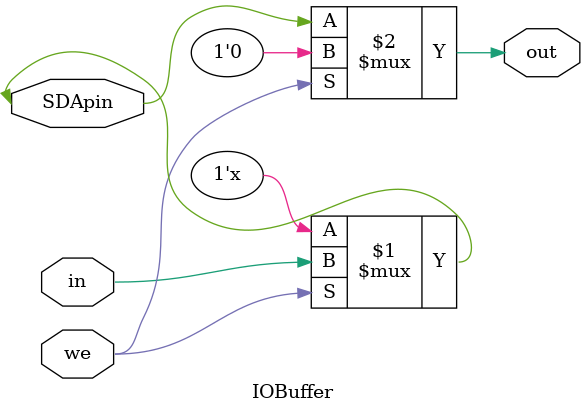
<source format=sv>
module IOBuffer (input in, input we, output out, inout SDApin); 
	assign SDApin = (we) ? in : 1'bz;
	assign out = (we) ? 1'b0 : SDApin;
	
 endmodule 
</source>
